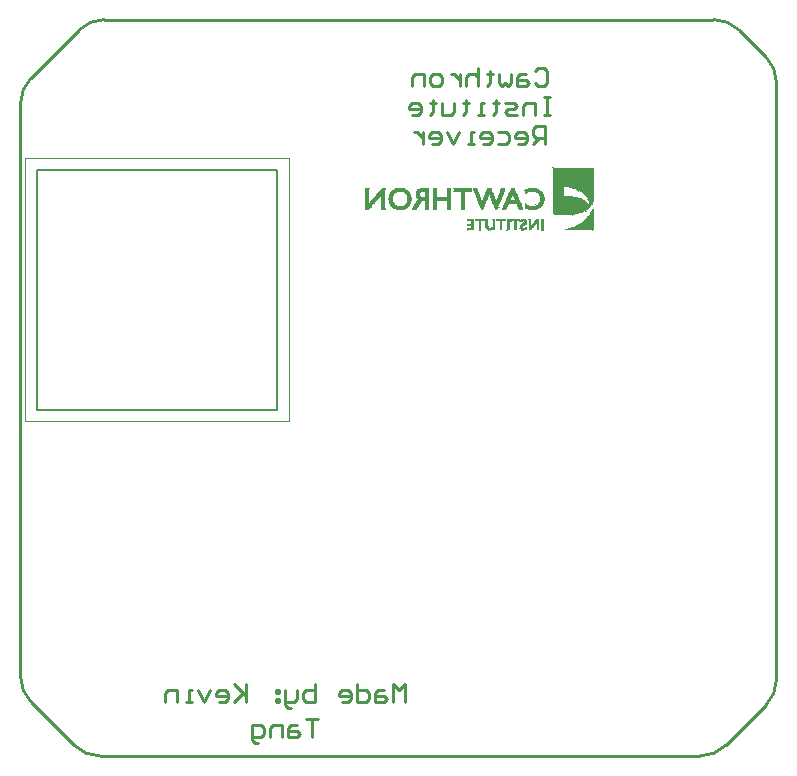
<source format=gbo>
G04 Layer_Color=32896*
%FSLAX25Y25*%
%MOIN*%
G70*
G01*
G75*
%ADD11C,0.01000*%
%ADD12C,0.00787*%
%ADD13C,0.00394*%
%ADD22C,0.00100*%
D11*
X173502Y230194D02*
X174501Y231193D01*
X176501D01*
X177500Y230194D01*
Y226195D01*
X176501Y225195D01*
X174501D01*
X173502Y226195D01*
X170503Y229194D02*
X168503D01*
X167504Y228194D01*
Y225195D01*
X170503D01*
X171502Y226195D01*
X170503Y227195D01*
X167504D01*
X165504Y229194D02*
Y226195D01*
X164505Y225195D01*
X163505Y226195D01*
X162505Y225195D01*
X161505Y226195D01*
Y229194D01*
X158507Y230194D02*
Y229194D01*
X159506D01*
X157507D01*
X158507D01*
Y226195D01*
X157507Y225195D01*
X154508Y231193D02*
Y225195D01*
Y228194D01*
X153508Y229194D01*
X151509D01*
X150509Y228194D01*
Y225195D01*
X148510Y229194D02*
Y225195D01*
Y227195D01*
X147510Y228194D01*
X146510Y229194D01*
X145511D01*
X141512Y225195D02*
X139513D01*
X138513Y226195D01*
Y228194D01*
X139513Y229194D01*
X141512D01*
X142512Y228194D01*
Y226195D01*
X141512Y225195D01*
X136514D02*
Y229194D01*
X133515D01*
X132515Y228194D01*
Y225195D01*
X178500Y221596D02*
X176501D01*
X177500D01*
Y215598D01*
X178500D01*
X176501D01*
X173502D02*
Y219596D01*
X170503D01*
X169503Y218597D01*
Y215598D01*
X167504D02*
X164505D01*
X163505Y216597D01*
X164505Y217597D01*
X166504D01*
X167504Y218597D01*
X166504Y219596D01*
X163505D01*
X160506Y220596D02*
Y219596D01*
X161505D01*
X159506D01*
X160506D01*
Y216597D01*
X159506Y215598D01*
X156507D02*
X154508D01*
X155507D01*
Y219596D01*
X156507D01*
X150509Y220596D02*
Y219596D01*
X151509D01*
X149509D01*
X150509D01*
Y216597D01*
X149509Y215598D01*
X146510Y219596D02*
Y216597D01*
X145511Y215598D01*
X142512D01*
Y219596D01*
X139513Y220596D02*
Y219596D01*
X140512D01*
X138513D01*
X139513D01*
Y216597D01*
X138513Y215598D01*
X132515D02*
X134514D01*
X135514Y216597D01*
Y218597D01*
X134514Y219596D01*
X132515D01*
X131515Y218597D01*
Y217597D01*
X135514D01*
X177000Y206000D02*
Y211998D01*
X174002D01*
X173002Y210998D01*
Y208999D01*
X174002Y207999D01*
X177000D01*
X175001D02*
X173002Y206000D01*
X168003D02*
X170003D01*
X171002Y207000D01*
Y208999D01*
X170003Y209999D01*
X168003D01*
X167004Y208999D01*
Y207999D01*
X171002D01*
X161006Y209999D02*
X164005D01*
X165004Y208999D01*
Y207000D01*
X164005Y206000D01*
X161006D01*
X156007D02*
X158007D01*
X159006Y207000D01*
Y208999D01*
X158007Y209999D01*
X156007D01*
X155008Y208999D01*
Y207999D01*
X159006D01*
X153008Y206000D02*
X151009D01*
X152009D01*
Y209999D01*
X153008D01*
X148010D02*
X146010Y206000D01*
X144011Y209999D01*
X139013Y206000D02*
X141012D01*
X142012Y207000D01*
Y208999D01*
X141012Y209999D01*
X139013D01*
X138013Y208999D01*
Y207999D01*
X142012D01*
X136014Y209999D02*
Y206000D01*
Y207999D01*
X135014Y208999D01*
X134014Y209999D01*
X133015D01*
X130250Y20096D02*
Y26094D01*
X128251Y24095D01*
X126251Y26094D01*
Y20096D01*
X123252Y24095D02*
X121253D01*
X120253Y23095D01*
Y20096D01*
X123252D01*
X124252Y21096D01*
X123252Y22096D01*
X120253D01*
X114255Y26094D02*
Y20096D01*
X117254D01*
X118254Y21096D01*
Y23095D01*
X117254Y24095D01*
X114255D01*
X109257Y20096D02*
X111256D01*
X112256Y21096D01*
Y23095D01*
X111256Y24095D01*
X109257D01*
X108257Y23095D01*
Y22096D01*
X112256D01*
X100260Y26094D02*
Y20096D01*
X97261D01*
X96261Y21096D01*
Y22096D01*
Y23095D01*
X97261Y24095D01*
X100260D01*
X94262D02*
Y21096D01*
X93262Y20096D01*
X90263D01*
Y19097D01*
X91263Y18097D01*
X92262D01*
X90263Y20096D02*
Y24095D01*
X88264D02*
X87264D01*
Y23095D01*
X88264D01*
Y24095D01*
Y21096D02*
X87264D01*
Y20096D01*
X88264D01*
Y21096D01*
X77267Y26094D02*
Y20096D01*
Y22096D01*
X73268Y26094D01*
X76267Y23095D01*
X73268Y20096D01*
X68270D02*
X70269D01*
X71269Y21096D01*
Y23095D01*
X70269Y24095D01*
X68270D01*
X67270Y23095D01*
Y22096D01*
X71269D01*
X65271Y24095D02*
X63272Y20096D01*
X61272Y24095D01*
X59273Y20096D02*
X57274D01*
X58273D01*
Y24095D01*
X59273D01*
X54275Y20096D02*
Y24095D01*
X51275D01*
X50276Y23095D01*
Y20096D01*
X101259Y14497D02*
X97261D01*
X99260D01*
Y8499D01*
X94262Y12498D02*
X92262D01*
X91263Y11498D01*
Y8499D01*
X94262D01*
X95261Y9499D01*
X94262Y10499D01*
X91263D01*
X89263Y8499D02*
Y12498D01*
X86264D01*
X85264Y11498D01*
Y8499D01*
X81266Y6500D02*
X80266D01*
X79267Y7500D01*
Y12498D01*
X82266D01*
X83265Y11498D01*
Y9499D01*
X82266Y8499D01*
X79267D01*
X250465Y18965D02*
G03*
X254000Y27500I-8535J8535D01*
G01*
X228500Y2000D02*
G03*
X237035Y5536I0J12071D01*
G01*
X19964D02*
G03*
X28500Y2000I8535J8535D01*
G01*
X2000Y28500D02*
G03*
X5536Y19964I12071J0D01*
G01*
Y228035D02*
G03*
X2000Y219500I8535J-8535D01*
G01*
X30000Y247500D02*
G03*
X21464Y243965I0J-12071D01*
G01*
X241535D02*
G03*
X233000Y247500I-8535J-8535D01*
G01*
X254000Y226500D02*
G03*
X250465Y235035I-12071J0D01*
G01*
X254000Y27500D02*
Y121500D01*
X237035Y5536D02*
X250465Y18965D01*
X28500Y2000D02*
X228500D01*
X5536Y19964D02*
X19964Y5536D01*
X2000Y28500D02*
Y219500D01*
X5536Y228035D02*
X21464Y243965D01*
X30000Y247500D02*
X233000D01*
X241535Y243965D02*
X250465Y235035D01*
X254000Y120500D02*
Y226500D01*
D12*
X7500Y117500D02*
Y197500D01*
X87500D01*
Y117500D02*
Y197500D01*
X7500Y117500D02*
X87500D01*
D13*
X3563Y113563D02*
Y201437D01*
X91437D01*
Y113563D02*
Y201437D01*
X3563Y113563D02*
X91437D01*
D22*
X157800Y177300D02*
X157900D01*
X150900Y177400D02*
X151000D01*
X154800D02*
X154900D01*
X175600D02*
X175700D01*
X192500D02*
X192600D01*
X155200Y177500D02*
X155300D01*
X157900D02*
X158000D01*
X158400D02*
X158600D01*
X164000D02*
X164100D01*
X169000D02*
X169100D01*
X169500D02*
X169600D01*
X176000D02*
X176100D01*
X150800Y177600D02*
X152900D01*
X154700D02*
X155300D01*
X157600D02*
X157700D01*
X157800D02*
X159200D01*
X161700D02*
X162300D01*
X164100D02*
X164700D01*
X166500D02*
X167100D01*
X168800D02*
X168900D01*
X169000D02*
X170100D01*
X170200D02*
X170400D01*
X171400D02*
X171900D01*
X174100D02*
X174600D01*
X175500D02*
X176100D01*
X183400D02*
X192700D01*
X150800Y177700D02*
X152900D01*
X154700D02*
X155300D01*
X157600D02*
X159400D01*
X161700D02*
X162300D01*
X164100D02*
X164700D01*
X166500D02*
X167100D01*
X168900D02*
X170300D01*
X171400D02*
X172000D01*
X174100D02*
X174600D01*
X175500D02*
X176100D01*
X183700D02*
X192700D01*
X150800Y177800D02*
X152900D01*
X154700D02*
X155300D01*
X157500D02*
X159500D01*
X159600D02*
X159700D01*
X161700D02*
X162300D01*
X164100D02*
X164700D01*
X166500D02*
X167100D01*
X168800D02*
X170500D01*
X171400D02*
X172100D01*
X174100D02*
X174600D01*
X175500D02*
X176100D01*
X184100D02*
X192700D01*
X150800Y177900D02*
X152900D01*
X154700D02*
X155300D01*
X157400D02*
X159600D01*
X161700D02*
X162300D01*
X164100D02*
X164700D01*
X166500D02*
X167100D01*
X168300D02*
X168400D01*
X168700D02*
X170500D01*
X171400D02*
X172100D01*
X174100D02*
X174600D01*
X175500D02*
X176100D01*
X184500D02*
X192700D01*
X150800Y178000D02*
X152900D01*
X154700D02*
X155300D01*
X157300D02*
X159700D01*
X161700D02*
X162300D01*
X164100D02*
X164700D01*
X166500D02*
X167100D01*
X168600D02*
X170500D01*
X171400D02*
X172200D01*
X174100D02*
X174600D01*
X175500D02*
X176100D01*
X184900D02*
X192700D01*
X152300Y178100D02*
X152900D01*
X154700D02*
X155300D01*
X157200D02*
X158200D01*
X158900D02*
X159800D01*
X161700D02*
X162300D01*
X164100D02*
X164700D01*
X166500D02*
X167100D01*
X168600D02*
X169300D01*
X169900D02*
X170500D01*
X171400D02*
X172300D01*
X174100D02*
X174600D01*
X175500D02*
X176100D01*
X185300D02*
X192700D01*
X152300Y178200D02*
X152900D01*
X154700D02*
X155300D01*
X157100D02*
X157900D01*
X159100D02*
X159900D01*
X161700D02*
X162300D01*
X164100D02*
X164700D01*
X166500D02*
X167100D01*
X168500D02*
X169100D01*
X170100D02*
X170500D01*
X171400D02*
X172400D01*
X174100D02*
X174600D01*
X175500D02*
X176100D01*
X185600D02*
X192700D01*
X152300Y178300D02*
X152900D01*
X154700D02*
X155300D01*
X157100D02*
X157800D01*
X159000D02*
X159100D01*
X159200D02*
X159900D01*
X161700D02*
X162300D01*
X164100D02*
X164700D01*
X166500D02*
X167100D01*
X168500D02*
X169100D01*
X170200D02*
X170500D01*
X171400D02*
X172500D01*
X174100D02*
X174600D01*
X175500D02*
X176100D01*
X185900D02*
X192700D01*
X152300Y178400D02*
X152900D01*
X154700D02*
X155300D01*
X157100D02*
X157700D01*
X159000D02*
X159100D01*
X159300D02*
X160000D01*
X161700D02*
X162300D01*
X164100D02*
X164700D01*
X166500D02*
X167100D01*
X168500D02*
X169100D01*
X170300D02*
X170500D01*
X171400D02*
X172600D01*
X174100D02*
X174600D01*
X175500D02*
X176100D01*
X186200D02*
X192700D01*
X152300Y178500D02*
X152900D01*
X154700D02*
X155300D01*
X157000D02*
X157600D01*
X159400D02*
X160000D01*
X161700D02*
X162300D01*
X164100D02*
X164700D01*
X166500D02*
X167100D01*
X168500D02*
X169100D01*
X171400D02*
X172700D01*
X174100D02*
X174600D01*
X175500D02*
X176100D01*
X186500D02*
X192700D01*
X152300Y178600D02*
X152900D01*
X154700D02*
X155300D01*
X157000D02*
X157600D01*
X159400D02*
X160000D01*
X161700D02*
X162300D01*
X164100D02*
X164700D01*
X166500D02*
X167100D01*
X168500D02*
X169100D01*
X171400D02*
X171900D01*
X172000D02*
X172800D01*
X174100D02*
X174600D01*
X175500D02*
X176100D01*
X186700D02*
X192700D01*
X152300Y178700D02*
X152900D01*
X154700D02*
X155300D01*
X157000D02*
X157600D01*
X157700D02*
X157800D01*
X159400D02*
X160000D01*
X161700D02*
X162300D01*
X164100D02*
X164700D01*
X166500D02*
X167100D01*
X168500D02*
X169200D01*
X171400D02*
X171900D01*
X172100D02*
X172800D01*
X174100D02*
X174600D01*
X175500D02*
X176100D01*
X186900D02*
X192700D01*
X152300Y178800D02*
X152900D01*
X154700D02*
X155300D01*
X157000D02*
X157600D01*
X159400D02*
X160000D01*
X161700D02*
X162300D01*
X164100D02*
X164700D01*
X166500D02*
X167100D01*
X168500D02*
X169200D01*
X171400D02*
X171900D01*
X172200D02*
X172900D01*
X174100D02*
X174600D01*
X175500D02*
X176100D01*
X187200D02*
X192700D01*
X152300Y178900D02*
X152900D01*
X154700D02*
X155300D01*
X157000D02*
X157600D01*
X159400D02*
X160000D01*
X161700D02*
X162300D01*
X164100D02*
X164700D01*
X166500D02*
X167100D01*
X168600D02*
X169400D01*
X171400D02*
X171900D01*
X172100D02*
X172200D01*
X172300D02*
X173000D01*
X174100D02*
X174600D01*
X175500D02*
X176100D01*
X187400D02*
X192700D01*
X152300Y179000D02*
X152900D01*
X154700D02*
X155300D01*
X157000D02*
X157600D01*
X159400D02*
X160000D01*
X161700D02*
X162300D01*
X164100D02*
X164700D01*
X166500D02*
X167100D01*
X168600D02*
X169500D01*
X171400D02*
X171900D01*
X172400D02*
X173100D01*
X174100D02*
X174600D01*
X175500D02*
X176100D01*
X187100D02*
X187200D01*
X187600D02*
X192700D01*
X151000Y179100D02*
X152900D01*
X154700D02*
X155300D01*
X157000D02*
X157600D01*
X159400D02*
X160000D01*
X161700D02*
X162300D01*
X164100D02*
X164700D01*
X166500D02*
X167100D01*
X168700D02*
X169700D01*
X171400D02*
X171900D01*
X172400D02*
X173200D01*
X174100D02*
X174600D01*
X175500D02*
X176100D01*
X187800D02*
X192700D01*
X150900Y179200D02*
X152900D01*
X154700D02*
X155300D01*
X157000D02*
X157600D01*
X159400D02*
X160000D01*
X161700D02*
X162300D01*
X164100D02*
X164700D01*
X166500D02*
X167100D01*
X168800D02*
X169800D01*
X171400D02*
X171900D01*
X172500D02*
X173300D01*
X174100D02*
X174600D01*
X175500D02*
X176100D01*
X188000D02*
X192700D01*
X150900Y179300D02*
X152900D01*
X154700D02*
X155300D01*
X157000D02*
X157600D01*
X159400D02*
X160000D01*
X161700D02*
X162300D01*
X164100D02*
X164700D01*
X166500D02*
X167100D01*
X168900D02*
X170000D01*
X171400D02*
X171900D01*
X172600D02*
X173400D01*
X174100D02*
X174600D01*
X175500D02*
X176100D01*
X188200D02*
X192700D01*
X150900Y179400D02*
X152900D01*
X154700D02*
X155300D01*
X157000D02*
X157600D01*
X159400D02*
X160000D01*
X161700D02*
X162300D01*
X164100D02*
X164700D01*
X166500D02*
X167100D01*
X169000D02*
X170100D01*
X171400D02*
X171900D01*
X172700D02*
X173400D01*
X174100D02*
X174600D01*
X175500D02*
X176100D01*
X188200D02*
X188300D01*
X188400D02*
X192700D01*
X150900Y179500D02*
X152900D01*
X154700D02*
X155300D01*
X157000D02*
X157600D01*
X159400D02*
X160000D01*
X161700D02*
X162300D01*
X164100D02*
X164700D01*
X166500D02*
X167100D01*
X169200D02*
X170200D01*
X170300D02*
X170400D01*
X171400D02*
X171900D01*
X172800D02*
X173500D01*
X174100D02*
X174600D01*
X175500D02*
X176100D01*
X188500D02*
X192700D01*
X152300Y179600D02*
X152900D01*
X154700D02*
X155300D01*
X157000D02*
X157600D01*
X159400D02*
X160000D01*
X161700D02*
X162300D01*
X164100D02*
X164700D01*
X166500D02*
X167100D01*
X169400D02*
X170300D01*
X171400D02*
X171900D01*
X172900D02*
X173600D01*
X174100D02*
X174600D01*
X175500D02*
X176100D01*
X188400D02*
X188500D01*
X188700D02*
X192700D01*
X152300Y179700D02*
X152900D01*
X154700D02*
X155300D01*
X157000D02*
X157600D01*
X159400D02*
X160000D01*
X161700D02*
X162300D01*
X164100D02*
X164700D01*
X166500D02*
X167100D01*
X169300D02*
X169400D01*
X169500D02*
X170400D01*
X171400D02*
X171900D01*
X173000D02*
X173700D01*
X174100D02*
X174600D01*
X175500D02*
X176100D01*
X188400D02*
X188500D01*
X188900D02*
X192700D01*
X152300Y179800D02*
X152900D01*
X154700D02*
X155300D01*
X157000D02*
X157600D01*
X159400D02*
X160000D01*
X161700D02*
X162300D01*
X164100D02*
X164700D01*
X166500D02*
X167100D01*
X169700D02*
X170500D01*
X171400D02*
X171900D01*
X173100D02*
X173800D01*
X174100D02*
X174600D01*
X175500D02*
X176100D01*
X189000D02*
X192700D01*
X152300Y179900D02*
X152900D01*
X154700D02*
X155300D01*
X157000D02*
X157600D01*
X159400D02*
X160000D01*
X161700D02*
X162300D01*
X164100D02*
X164700D01*
X166500D02*
X167100D01*
X169600D02*
X169700D01*
X169800D02*
X170500D01*
X171400D02*
X171900D01*
X173100D02*
X173900D01*
X174100D02*
X174600D01*
X175500D02*
X176100D01*
X189100D02*
X192700D01*
X152300Y180000D02*
X152900D01*
X154700D02*
X155300D01*
X157000D02*
X157600D01*
X159400D02*
X160000D01*
X161700D02*
X162300D01*
X164100D02*
X164700D01*
X166500D02*
X167100D01*
X169900D02*
X170500D01*
X171400D02*
X171900D01*
X173200D02*
X174000D01*
X174100D02*
X174600D01*
X175500D02*
X176100D01*
X189300D02*
X192700D01*
X152300Y180100D02*
X152900D01*
X154700D02*
X155300D01*
X157000D02*
X157600D01*
X159400D02*
X160000D01*
X161700D02*
X162300D01*
X164100D02*
X164700D01*
X166500D02*
X167100D01*
X170000D02*
X170500D01*
X171400D02*
X171900D01*
X173300D02*
X174000D01*
X174100D02*
X174600D01*
X175500D02*
X176100D01*
X189200D02*
X189300D01*
X189400D02*
X192700D01*
X152300Y180200D02*
X152900D01*
X154700D02*
X155300D01*
X157000D02*
X157600D01*
X159400D02*
X160000D01*
X161700D02*
X162300D01*
X164100D02*
X164700D01*
X166500D02*
X167100D01*
X170000D02*
X170500D01*
X171400D02*
X171900D01*
X173400D02*
X174600D01*
X175500D02*
X176100D01*
X189600D02*
X192700D01*
X152300Y180300D02*
X152900D01*
X154700D02*
X155300D01*
X157000D02*
X157600D01*
X159400D02*
X160000D01*
X161700D02*
X162300D01*
X164100D02*
X164700D01*
X166500D02*
X167100D01*
X168600D02*
X168800D01*
X170000D02*
X170500D01*
X171400D02*
X171900D01*
X173200D02*
X173300D01*
X173500D02*
X174600D01*
X175500D02*
X176100D01*
X189700D02*
X192700D01*
X152300Y180400D02*
X152900D01*
X154700D02*
X155300D01*
X157000D02*
X157600D01*
X159400D02*
X160000D01*
X161700D02*
X162300D01*
X164100D02*
X164700D01*
X166500D02*
X167100D01*
X168600D02*
X168900D01*
X169700D02*
X169800D01*
X169900D02*
X170500D01*
X171400D02*
X171900D01*
X173600D02*
X174600D01*
X175500D02*
X176100D01*
X189800D02*
X192700D01*
X152300Y180500D02*
X152900D01*
X154700D02*
X155300D01*
X157000D02*
X157600D01*
X159400D02*
X160000D01*
X161700D02*
X162300D01*
X164100D02*
X164700D01*
X165300D02*
X165400D01*
X166500D02*
X167100D01*
X168200D02*
X168300D01*
X168600D02*
X169200D01*
X169800D02*
X170500D01*
X171400D02*
X171900D01*
X173700D02*
X174600D01*
X175500D02*
X176100D01*
X189900D02*
X192700D01*
X150900Y180600D02*
X152900D01*
X153600D02*
X156500D01*
X157000D02*
X157600D01*
X159400D02*
X160000D01*
X160500D02*
X163500D01*
X164100D02*
X164700D01*
X165300D02*
X168300D01*
X168600D02*
X170400D01*
X171400D02*
X171900D01*
X173600D02*
X173700D01*
X173800D02*
X174600D01*
X175500D02*
X176100D01*
X190000D02*
X192700D01*
X150900Y180700D02*
X152900D01*
X153600D02*
X156500D01*
X157000D02*
X157600D01*
X159400D02*
X160000D01*
X160500D02*
X163600D01*
X164100D02*
X164700D01*
X165300D02*
X168200D01*
X168600D02*
X170500D01*
X171400D02*
X171900D01*
X173700D02*
X173800D01*
X173900D02*
X174600D01*
X175500D02*
X176100D01*
X190100D02*
X192700D01*
X150900Y180800D02*
X152900D01*
X153600D02*
X156500D01*
X157000D02*
X157600D01*
X159400D02*
X160000D01*
X160500D02*
X163500D01*
X164100D02*
X164800D01*
X165300D02*
X168200D01*
X168600D02*
X170300D01*
X171400D02*
X171900D01*
X173900D02*
X174600D01*
X175400D02*
X176100D01*
X190200D02*
X192700D01*
X150900Y180900D02*
X152900D01*
X153600D02*
X156500D01*
X157000D02*
X157600D01*
X159400D02*
X160000D01*
X160500D02*
X163500D01*
X164100D02*
X164700D01*
X165300D02*
X168200D01*
X168700D02*
X170100D01*
X171400D02*
X171900D01*
X174000D02*
X174600D01*
X175500D02*
X176100D01*
X190300D02*
X192700D01*
X150900Y181000D02*
X152900D01*
X153600D02*
X156500D01*
X157000D02*
X157600D01*
X159400D02*
X160000D01*
X160500D02*
X163500D01*
X164100D02*
X164700D01*
X165300D02*
X168200D01*
X168700D02*
X168800D01*
X168900D02*
X170000D01*
X171400D02*
X171900D01*
X173900D02*
X174000D01*
X174100D02*
X174600D01*
X175500D02*
X176100D01*
X190400D02*
X192700D01*
X150800Y181100D02*
X150900D01*
X159300D02*
X159400D01*
X169400D02*
X169700D01*
X171300D02*
X171400D01*
X176000D02*
X176100D01*
X190500D02*
X192700D01*
X190600Y181200D02*
X192700D01*
X190500Y181300D02*
X190600D01*
X190700D02*
X192700D01*
X190800Y181400D02*
X192700D01*
X190900Y181500D02*
X192700D01*
X190800Y181600D02*
X190900D01*
X191000D02*
X192700D01*
X191000Y181700D02*
X192700D01*
X191100Y181800D02*
X192700D01*
X191000Y181900D02*
X191100D01*
X191200D02*
X192700D01*
X191300Y182000D02*
X192700D01*
X191300Y182100D02*
X192700D01*
X191400Y182200D02*
X192700D01*
X191500Y182300D02*
X192700D01*
X191400Y182400D02*
X191500D01*
X191600D02*
X192700D01*
X185700Y182500D02*
X185800D01*
X191600D02*
X192700D01*
X182100Y182600D02*
X184400D01*
X191700D02*
X192700D01*
X180700Y182700D02*
X185700D01*
X186400D02*
X186500D01*
X191800D02*
X192700D01*
X179700Y182800D02*
X186500D01*
X191800D02*
X192700D01*
X179400Y182900D02*
X187000D01*
X191900D02*
X192700D01*
X179400Y183000D02*
X187500D01*
X191900D02*
X192700D01*
X179400Y183100D02*
X187800D01*
X192000D02*
X192700D01*
X179400Y183200D02*
X188100D01*
X192000D02*
X192700D01*
X179400Y183300D02*
X188400D01*
X191800D02*
X191900D01*
X192100D02*
X192700D01*
X179400Y183400D02*
X188700D01*
X192100D02*
X192700D01*
X179400Y183500D02*
X188900D01*
X189000D02*
X189100D01*
X192200D02*
X192700D01*
X179400Y183600D02*
X189200D01*
X192200D02*
X192700D01*
X179400Y183700D02*
X189400D01*
X192300D02*
X192700D01*
X179400Y183800D02*
X189600D01*
X190300D02*
X190400D01*
X192300D02*
X192700D01*
X179400Y183900D02*
X189800D01*
X192400D02*
X192700D01*
X179400Y184000D02*
X190000D01*
X190100D02*
X190200D01*
X192400D02*
X192700D01*
X179400Y184100D02*
X190100D01*
X192400D02*
X192700D01*
X179400Y184200D02*
X190300D01*
X192500D02*
X192700D01*
X116900Y184300D02*
X117000D01*
X117100D02*
X117200D01*
X128100D02*
X128600D01*
X133200D02*
X133300D01*
X133600D02*
X133700D01*
X140100D02*
X140200D01*
X140400D02*
X140500D01*
X144200D02*
X144300D01*
X144400D02*
X144500D01*
X162600D02*
X162700D01*
X172200D02*
X173000D01*
X179400D02*
X190500D01*
X192500D02*
X192700D01*
X117000Y184400D02*
X117800D01*
X122400D02*
X123300D01*
X127400D02*
X129400D01*
X129900D02*
X130000D01*
X132400D02*
X133600D01*
X136700D02*
X137700D01*
X139400D02*
X140400D01*
X144200D02*
X145200D01*
X148900D02*
X149000D01*
X149700D02*
X149800D01*
X155600D02*
X155900D01*
X160300D02*
X160600D01*
X162500D02*
X163500D01*
X168200D02*
X169200D01*
X171500D02*
X173600D01*
X173900D02*
X174000D01*
X179400D02*
X190600D01*
X192500D02*
X192700D01*
X192900D02*
X193000D01*
X116900Y184500D02*
X117900D01*
X122300D02*
X123400D01*
X127100D02*
X129700D01*
X132400D02*
X133700D01*
X136700D02*
X137700D01*
X139400D02*
X140500D01*
X144200D02*
X145300D01*
X148800D02*
X149900D01*
X155500D02*
X155900D01*
X160300D02*
X160600D01*
X162500D02*
X163600D01*
X168200D02*
X169300D01*
X171100D02*
X174000D01*
X179400D02*
X190800D01*
X192600D02*
X192700D01*
X116900Y184600D02*
X118000D01*
X122300D02*
X123400D01*
X126800D02*
X130000D01*
X132500D02*
X133700D01*
X136700D02*
X137700D01*
X139400D02*
X140500D01*
X144200D02*
X145300D01*
X148800D02*
X149900D01*
X155500D02*
X156000D01*
X160200D02*
X160700D01*
X162400D02*
X163700D01*
X168100D02*
X169200D01*
X170800D02*
X174200D01*
X179400D02*
X190900D01*
X116900Y184700D02*
X118100D01*
X122300D02*
X123300D01*
X126600D02*
X130200D01*
X132500D02*
X133800D01*
X136700D02*
X137700D01*
X139400D02*
X140500D01*
X144200D02*
X145300D01*
X148800D02*
X149900D01*
X155500D02*
X156000D01*
X160200D02*
X160700D01*
X162400D02*
X162500D01*
X162600D02*
X163700D01*
X168100D02*
X169200D01*
X170600D02*
X174400D01*
X179400D02*
X191100D01*
X116900Y184800D02*
X118200D01*
X122300D02*
X123300D01*
X126100D02*
X126200D01*
X126400D02*
X130400D01*
X132600D02*
X133900D01*
X136700D02*
X137700D01*
X139400D02*
X140500D01*
X144200D02*
X145300D01*
X148800D02*
X149900D01*
X155400D02*
X156100D01*
X160100D02*
X160800D01*
X162700D02*
X163900D01*
X167900D02*
X169100D01*
X170100D02*
X170200D01*
X170300D02*
X174600D01*
X179400D02*
X191100D01*
X116900Y184900D02*
X118300D01*
X122300D02*
X123300D01*
X126200D02*
X130500D01*
X132700D02*
X133900D01*
X136700D02*
X137700D01*
X139400D02*
X140500D01*
X144200D02*
X145300D01*
X148800D02*
X149900D01*
X155400D02*
X156100D01*
X160100D02*
X160800D01*
X162700D02*
X163800D01*
X168000D02*
X169100D01*
X170100D02*
X174800D01*
X179400D02*
X191200D01*
X116900Y185000D02*
X118300D01*
X122300D02*
X123300D01*
X126100D02*
X130700D01*
X132800D02*
X134000D01*
X136700D02*
X137700D01*
X139400D02*
X140500D01*
X144200D02*
X145300D01*
X148800D02*
X149900D01*
X155300D02*
X156100D01*
X160100D02*
X160800D01*
X162700D02*
X163800D01*
X167900D02*
X169000D01*
X170100D02*
X174900D01*
X179400D02*
X191400D01*
X116900Y185100D02*
X118400D01*
X118700D02*
X118800D01*
X122300D02*
X123300D01*
X125900D02*
X130800D01*
X132800D02*
X134100D01*
X136700D02*
X137700D01*
X139400D02*
X140500D01*
X144200D02*
X145300D01*
X148800D02*
X149900D01*
X155300D02*
X156200D01*
X159900D02*
X160900D01*
X161300D02*
X161400D01*
X162800D02*
X163900D01*
X167900D02*
X169000D01*
X170100D02*
X175100D01*
X175200D02*
X175300D01*
X179400D02*
X191400D01*
X116900Y185200D02*
X118500D01*
X122300D02*
X123300D01*
X125800D02*
X130900D01*
X132900D02*
X134100D01*
X136700D02*
X137700D01*
X139400D02*
X140500D01*
X144200D02*
X145300D01*
X148800D02*
X149900D01*
X155300D02*
X156200D01*
X156300D02*
X156400D01*
X160000D02*
X160900D01*
X162800D02*
X163900D01*
X167900D02*
X169000D01*
X170100D02*
X175200D01*
X179400D02*
X191500D01*
X116900Y185300D02*
X118600D01*
X122300D02*
X123300D01*
X125700D02*
X128300D01*
X128500D02*
X131000D01*
X133000D02*
X134200D01*
X136700D02*
X137700D01*
X139400D02*
X140500D01*
X144200D02*
X145300D01*
X148800D02*
X149900D01*
X155200D02*
X156400D01*
X159900D02*
X161000D01*
X162900D02*
X164000D01*
X167600D02*
X167700D01*
X167800D02*
X168900D01*
X170100D02*
X172500D01*
X172700D02*
X175300D01*
X179400D02*
X191600D01*
X116900Y185400D02*
X118700D01*
X122300D02*
X123300D01*
X125600D02*
X127600D01*
X129200D02*
X131100D01*
X133000D02*
X134200D01*
X134300D02*
X134400D01*
X136700D02*
X137700D01*
X139400D02*
X140500D01*
X144200D02*
X145300D01*
X148800D02*
X149900D01*
X155200D02*
X156300D01*
X159900D02*
X161000D01*
X162800D02*
X164000D01*
X167600D02*
X167700D01*
X167800D02*
X168900D01*
X170100D02*
X171700D01*
X173100D02*
X173200D01*
X173400D02*
X175400D01*
X179400D02*
X191700D01*
X116900Y185500D02*
X118800D01*
X122300D02*
X123300D01*
X125500D02*
X127300D01*
X127500D02*
X127600D01*
X129400D02*
X131200D01*
X133100D02*
X134300D01*
X136700D02*
X137700D01*
X139400D02*
X140500D01*
X144200D02*
X145300D01*
X148800D02*
X149900D01*
X155100D02*
X156300D01*
X156400D02*
X156500D01*
X159800D02*
X161000D01*
X163000D02*
X164100D01*
X167600D02*
X168800D01*
X170100D02*
X171300D01*
X173700D02*
X175500D01*
X179400D02*
X191800D01*
X116900Y185600D02*
X118900D01*
X122300D02*
X123300D01*
X125400D02*
X127100D01*
X129700D02*
X131300D01*
X133200D02*
X134400D01*
X136700D02*
X137700D01*
X139400D02*
X140500D01*
X144200D02*
X145300D01*
X148800D02*
X149900D01*
X155100D02*
X156500D01*
X159800D02*
X161100D01*
X162900D02*
X164100D01*
X167700D02*
X168800D01*
X170100D02*
X171000D01*
X173900D02*
X175600D01*
X179400D02*
X191900D01*
X116900Y185700D02*
X119000D01*
X122300D02*
X123300D01*
X125400D02*
X126900D01*
X129900D02*
X131400D01*
X133200D02*
X134400D01*
X136700D02*
X137700D01*
X139400D02*
X140500D01*
X144200D02*
X145300D01*
X148800D02*
X149900D01*
X155100D02*
X156400D01*
X159800D02*
X161100D01*
X162900D02*
X163000D01*
X163100D02*
X164200D01*
X167500D02*
X168700D01*
X170100D02*
X170800D01*
X170900D02*
X171100D01*
X173900D02*
X174000D01*
X174100D02*
X175700D01*
X175800D02*
X175900D01*
X179400D02*
X191400D01*
X191500D02*
X192000D01*
X116900Y185800D02*
X119000D01*
X122300D02*
X123300D01*
X125100D02*
X125200D01*
X125300D02*
X126800D01*
X130000D02*
X131500D01*
X133300D02*
X134500D01*
X136700D02*
X137700D01*
X139400D02*
X140500D01*
X144200D02*
X145300D01*
X148800D02*
X149900D01*
X155000D02*
X156500D01*
X159700D02*
X161200D01*
X162900D02*
X163000D01*
X163100D02*
X164200D01*
X167600D02*
X168700D01*
X170100D02*
X170600D01*
X174200D02*
X175700D01*
X179400D02*
X191400D01*
X191500D02*
X192000D01*
X116900Y185900D02*
X119100D01*
X122300D02*
X123300D01*
X125100D02*
X126600D01*
X130100D02*
X131500D01*
X133300D02*
X134600D01*
X136700D02*
X137700D01*
X139400D02*
X140500D01*
X144200D02*
X145300D01*
X148800D02*
X149900D01*
X155000D02*
X156500D01*
X159700D02*
X161200D01*
X163100D02*
X164400D01*
X167600D02*
X168700D01*
X170100D02*
X170400D01*
X173500D02*
X173600D01*
X174400D02*
X175800D01*
X179400D02*
X191300D01*
X191500D02*
X192100D01*
X116900Y186000D02*
X119200D01*
X122300D02*
X123300D01*
X125200D02*
X126500D01*
X130200D02*
X131600D01*
X133400D02*
X134600D01*
X136700D02*
X137700D01*
X139400D02*
X140500D01*
X144200D02*
X145300D01*
X148800D02*
X149900D01*
X154900D02*
X156500D01*
X159600D02*
X161300D01*
X163200D02*
X164300D01*
X167500D02*
X168600D01*
X170100D02*
X170300D01*
X174500D02*
X175900D01*
X179400D02*
X191200D01*
X191500D02*
X192200D01*
X116900Y186100D02*
X119300D01*
X122300D02*
X123300D01*
X125100D02*
X126400D01*
X130300D02*
X131600D01*
X133500D02*
X134700D01*
X136700D02*
X137700D01*
X139400D02*
X140500D01*
X144200D02*
X145300D01*
X148800D02*
X149900D01*
X154900D02*
X156600D01*
X159600D02*
X161300D01*
X163200D02*
X164300D01*
X167500D02*
X168700D01*
X174600D02*
X175900D01*
X179400D02*
X191100D01*
X191500D02*
X192200D01*
X192300D02*
X192400D01*
X116900Y186200D02*
X117900D01*
X118000D02*
X119400D01*
X122300D02*
X123300D01*
X125100D02*
X126300D01*
X130400D02*
X131700D01*
X133500D02*
X134800D01*
X136700D02*
X137700D01*
X139400D02*
X140500D01*
X144200D02*
X145300D01*
X148800D02*
X149900D01*
X154900D02*
X156600D01*
X159400D02*
X159500D01*
X159600D02*
X161300D01*
X163300D02*
X164400D01*
X167400D02*
X168500D01*
X168600D02*
X168700D01*
X170100D02*
X170200D01*
X174500D02*
X174600D01*
X174700D02*
X176000D01*
X179400D02*
X191000D01*
X191500D02*
X192300D01*
X116900Y186300D02*
X117900D01*
X118100D02*
X119500D01*
X122300D02*
X123300D01*
X125000D02*
X126300D01*
X126500D02*
X126600D01*
X130500D02*
X131800D01*
X133600D02*
X134800D01*
X136700D02*
X137700D01*
X139400D02*
X140500D01*
X144200D02*
X145300D01*
X148800D02*
X149900D01*
X154800D02*
X156600D01*
X159400D02*
X161400D01*
X163300D02*
X164400D01*
X167400D02*
X168600D01*
X174800D02*
X176000D01*
X179400D02*
X190900D01*
X191500D02*
X192300D01*
X192400D02*
X192500D01*
X116900Y186400D02*
X117900D01*
X118200D02*
X119600D01*
X122300D02*
X123300D01*
X125000D02*
X126200D01*
X130600D02*
X131800D01*
X133700D02*
X134900D01*
X135200D02*
X135300D01*
X136700D02*
X137700D01*
X139400D02*
X140500D01*
X144200D02*
X145300D01*
X148800D02*
X149900D01*
X154600D02*
X154700D01*
X154800D02*
X156800D01*
X159300D02*
X159400D01*
X159500D02*
X161400D01*
X163400D02*
X168500D01*
X174800D02*
X176100D01*
X179400D02*
X190800D01*
X191500D02*
X192400D01*
X116900Y186500D02*
X117900D01*
X118300D02*
X119700D01*
X122300D02*
X123300D01*
X124900D02*
X126100D01*
X130600D02*
X131900D01*
X133700D02*
X135000D01*
X135100D02*
X135200D01*
X136700D02*
X137700D01*
X139400D02*
X140500D01*
X144200D02*
X145300D01*
X148800D02*
X149900D01*
X154700D02*
X156800D01*
X159400D02*
X161500D01*
X163400D02*
X168400D01*
X174900D02*
X176100D01*
X179400D02*
X190700D01*
X191500D02*
X192400D01*
X116900Y186600D02*
X117900D01*
X118400D02*
X119700D01*
X122300D02*
X123300D01*
X124900D02*
X126100D01*
X130700D02*
X131900D01*
X133800D02*
X135100D01*
X136700D02*
X137700D01*
X139400D02*
X140500D01*
X144200D02*
X145300D01*
X148800D02*
X149900D01*
X154500D02*
X154600D01*
X154700D02*
X156800D01*
X159400D02*
X161500D01*
X163500D02*
X168500D01*
X175000D02*
X176100D01*
X179400D02*
X190600D01*
X191500D02*
X192500D01*
X116900Y186700D02*
X117900D01*
X118500D02*
X119800D01*
X122300D02*
X123300D01*
X124800D02*
X126000D01*
X130700D02*
X131900D01*
X133900D02*
X135100D01*
X136700D02*
X137700D01*
X139400D02*
X140500D01*
X144200D02*
X145300D01*
X148800D02*
X149900D01*
X154700D02*
X156800D01*
X159300D02*
X161500D01*
X163500D02*
X168300D01*
X175000D02*
X176200D01*
X179400D02*
X190500D01*
X191500D02*
X192500D01*
X116900Y186800D02*
X117900D01*
X118500D02*
X119900D01*
X122300D02*
X123300D01*
X124800D02*
X126000D01*
X130800D02*
X132000D01*
X133900D02*
X135200D01*
X136700D02*
X137700D01*
X139400D02*
X140500D01*
X144200D02*
X145300D01*
X148800D02*
X149900D01*
X154500D02*
X155700D01*
X155800D02*
X156900D01*
X159200D02*
X160400D01*
X160500D02*
X161600D01*
X163500D02*
X168300D01*
X175100D02*
X176200D01*
X179400D02*
X190400D01*
X191500D02*
X192600D01*
X116900Y186900D02*
X117900D01*
X118600D02*
X120000D01*
X122300D02*
X123300D01*
X124800D02*
X125900D01*
X130800D02*
X132000D01*
X134000D02*
X135300D01*
X136700D02*
X137700D01*
X139400D02*
X140500D01*
X144200D02*
X145300D01*
X148800D02*
X149900D01*
X154600D02*
X155600D01*
X155800D02*
X156900D01*
X159300D02*
X160300D01*
X160500D02*
X161600D01*
X163600D02*
X168200D01*
X175100D02*
X176300D01*
X179400D02*
X190300D01*
X191500D02*
X192600D01*
X116900Y187000D02*
X117900D01*
X118700D02*
X120100D01*
X122300D02*
X123300D01*
X124800D02*
X125900D01*
X130900D02*
X132000D01*
X134100D02*
X135400D01*
X136700D02*
X137700D01*
X139400D02*
X140500D01*
X144200D02*
X145300D01*
X148800D02*
X149900D01*
X154500D02*
X155600D01*
X155800D02*
X156900D01*
X159200D02*
X160300D01*
X160600D02*
X161600D01*
X163600D02*
X168200D01*
X175100D02*
X176300D01*
X179400D02*
X190100D01*
X191500D02*
X192700D01*
X116900Y187100D02*
X117900D01*
X118800D02*
X120200D01*
X122300D02*
X123300D01*
X124700D02*
X125900D01*
X130900D02*
X132000D01*
X134200D02*
X135600D01*
X136700D02*
X137700D01*
X139400D02*
X140500D01*
X144200D02*
X145300D01*
X148800D02*
X149900D01*
X154500D02*
X155500D01*
X155900D02*
X157000D01*
X159200D02*
X160400D01*
X160600D02*
X161700D01*
X163700D02*
X168100D01*
X175200D02*
X176300D01*
X179400D02*
X190000D01*
X190200D02*
X190300D01*
X191400D02*
X192700D01*
X116900Y187200D02*
X117900D01*
X118900D02*
X120300D01*
X122300D02*
X123300D01*
X124700D02*
X125800D01*
X130900D02*
X132100D01*
X134100D02*
X135700D01*
X136700D02*
X137700D01*
X139400D02*
X140500D01*
X144200D02*
X145300D01*
X148800D02*
X149900D01*
X154500D02*
X155600D01*
X155900D02*
X157000D01*
X159200D02*
X160200D01*
X160300D02*
X160400D01*
X160500D02*
X161700D01*
X163700D02*
X168100D01*
X175200D02*
X176300D01*
X179400D02*
X189900D01*
X191400D02*
X192700D01*
X116900Y187300D02*
X117900D01*
X119000D02*
X120300D01*
X122300D02*
X123300D01*
X124700D02*
X125800D01*
X130900D02*
X132100D01*
X134300D02*
X135900D01*
X136700D02*
X137700D01*
X139400D02*
X140500D01*
X144200D02*
X145300D01*
X148800D02*
X149900D01*
X154400D02*
X155500D01*
X155900D02*
X157100D01*
X159100D02*
X160200D01*
X160700D02*
X161800D01*
X163800D02*
X168100D01*
X175200D02*
X176300D01*
X179400D02*
X189700D01*
X191400D02*
X192700D01*
X116900Y187400D02*
X117900D01*
X119100D02*
X120400D01*
X120500D02*
X120600D01*
X122300D02*
X123300D01*
X124700D02*
X125800D01*
X131000D02*
X132100D01*
X134400D02*
X137700D01*
X139400D02*
X145300D01*
X148800D02*
X149900D01*
X154400D02*
X155400D01*
X156000D02*
X157100D01*
X159100D02*
X160300D01*
X160700D02*
X161800D01*
X163800D02*
X164900D01*
X166900D02*
X168000D01*
X175200D02*
X176400D01*
X179400D02*
X189500D01*
X191300D02*
X192700D01*
X116900Y187500D02*
X117900D01*
X119200D02*
X120500D01*
X122300D02*
X123300D01*
X124700D02*
X125800D01*
X131000D02*
X132100D01*
X134500D02*
X137700D01*
X139400D02*
X145300D01*
X148800D02*
X149900D01*
X154300D02*
X155400D01*
X156000D02*
X157100D01*
X157200D02*
X157300D01*
X159000D02*
X160100D01*
X160200D02*
X160300D01*
X160800D02*
X161800D01*
X163800D02*
X165000D01*
X166900D02*
X168100D01*
X175200D02*
X176400D01*
X179400D02*
X189300D01*
X191300D02*
X192700D01*
X116900Y187600D02*
X117900D01*
X119200D02*
X120600D01*
X122300D02*
X123300D01*
X124700D02*
X125900D01*
X131000D02*
X132100D01*
X134400D02*
X134500D01*
X134700D02*
X137700D01*
X139400D02*
X145300D01*
X148800D02*
X149900D01*
X154300D02*
X155300D01*
X156100D02*
X157300D01*
X159000D02*
X160100D01*
X160800D02*
X161900D01*
X162000D02*
X162100D01*
X163900D02*
X165000D01*
X166700D02*
X167900D01*
X175300D02*
X176400D01*
X179400D02*
X189200D01*
X191300D02*
X192700D01*
X116900Y187700D02*
X117900D01*
X119300D02*
X120700D01*
X122300D02*
X123300D01*
X124600D02*
X125800D01*
X131000D02*
X132100D01*
X134700D02*
X137700D01*
X139400D02*
X145300D01*
X148800D02*
X149900D01*
X154200D02*
X155300D01*
X156100D02*
X157200D01*
X157300D02*
X157400D01*
X158800D02*
X158900D01*
X159000D02*
X160000D01*
X160900D02*
X161900D01*
X164000D02*
X165100D01*
X166800D02*
X167900D01*
X175300D02*
X176400D01*
X179400D02*
X189000D01*
X191000D02*
X191100D01*
X191200D02*
X192700D01*
X116900Y187800D02*
X117900D01*
X119400D02*
X120800D01*
X122300D02*
X123300D01*
X124600D02*
X125800D01*
X131000D02*
X132100D01*
X134500D02*
X137700D01*
X139400D02*
X145300D01*
X148800D02*
X149900D01*
X154200D02*
X155300D01*
X156200D02*
X157300D01*
X158900D02*
X160000D01*
X160900D02*
X162000D01*
X164000D02*
X165100D01*
X166800D02*
X167900D01*
X175300D02*
X176400D01*
X179400D02*
X188700D01*
X188900D02*
X189000D01*
X191200D02*
X192700D01*
X116900Y187900D02*
X117900D01*
X119500D02*
X120900D01*
X122300D02*
X123300D01*
X124600D02*
X125800D01*
X131000D02*
X132100D01*
X134400D02*
X137700D01*
X139400D02*
X145300D01*
X148800D02*
X149900D01*
X154200D02*
X155200D01*
X156200D02*
X157300D01*
X158900D02*
X160000D01*
X160900D02*
X162000D01*
X164000D02*
X165200D01*
X166700D02*
X167800D01*
X175300D02*
X176400D01*
X179400D02*
X188500D01*
X188600D02*
X188700D01*
X191200D02*
X192700D01*
X116900Y188000D02*
X117900D01*
X119600D02*
X121000D01*
X122300D02*
X123300D01*
X124600D02*
X125800D01*
X131000D02*
X132100D01*
X134200D02*
X137700D01*
X139400D02*
X145300D01*
X148800D02*
X149900D01*
X154100D02*
X155200D01*
X156200D02*
X157400D01*
X158800D02*
X159900D01*
X161000D02*
X162100D01*
X164100D02*
X165200D01*
X166700D02*
X167800D01*
X175300D02*
X176400D01*
X179400D02*
X188200D01*
X191100D02*
X192700D01*
X116900Y188100D02*
X117900D01*
X119700D02*
X121000D01*
X121100D02*
X121200D01*
X122300D02*
X123300D01*
X124700D02*
X125800D01*
X131000D02*
X132100D01*
X134100D02*
X137700D01*
X139400D02*
X145300D01*
X148800D02*
X149900D01*
X154100D02*
X155100D01*
X156300D02*
X157500D01*
X158800D02*
X159900D01*
X161000D02*
X162100D01*
X164100D02*
X165300D01*
X166600D02*
X167700D01*
X175300D02*
X176400D01*
X179400D02*
X188000D01*
X191100D02*
X192700D01*
X116900Y188200D02*
X117900D01*
X119800D02*
X121100D01*
X122300D02*
X123300D01*
X124700D02*
X125800D01*
X131000D02*
X132100D01*
X134100D02*
X137700D01*
X139400D02*
X145300D01*
X148800D02*
X149900D01*
X154000D02*
X155100D01*
X156300D02*
X157400D01*
X158800D02*
X159800D01*
X161100D02*
X162100D01*
X164200D02*
X165300D01*
X166600D02*
X167700D01*
X175200D02*
X176400D01*
X179400D02*
X187600D01*
X191000D02*
X192700D01*
X116900Y188300D02*
X117900D01*
X119900D02*
X121200D01*
X122300D02*
X123300D01*
X124700D02*
X125800D01*
X131000D02*
X132100D01*
X134000D02*
X137700D01*
X139400D02*
X145300D01*
X148800D02*
X149900D01*
X154000D02*
X155100D01*
X156400D02*
X157500D01*
X158700D02*
X159800D01*
X161100D02*
X162200D01*
X164200D02*
X165500D01*
X166400D02*
X167600D01*
X175200D02*
X176300D01*
X179400D02*
X187300D01*
X190900D02*
X192700D01*
X116900Y188400D02*
X117900D01*
X119900D02*
X121300D01*
X122300D02*
X123300D01*
X124700D02*
X125800D01*
X130900D02*
X132100D01*
X133900D02*
X135500D01*
X136700D02*
X137700D01*
X139400D02*
X140600D01*
X144000D02*
X144100D01*
X144200D02*
X145300D01*
X148800D02*
X149900D01*
X154000D02*
X155000D01*
X156400D02*
X157500D01*
X158700D02*
X159700D01*
X161100D02*
X162200D01*
X164300D02*
X165500D01*
X166500D02*
X167600D01*
X175200D02*
X176300D01*
X179400D02*
X186800D01*
X187200D02*
X187400D01*
X190900D02*
X192700D01*
X116900Y188500D02*
X117900D01*
X120000D02*
X121400D01*
X122300D02*
X123300D01*
X124700D02*
X125800D01*
X130900D02*
X132100D01*
X133900D02*
X135300D01*
X136700D02*
X137700D01*
X139400D02*
X140500D01*
X144200D02*
X145300D01*
X148800D02*
X149900D01*
X153700D02*
X153800D01*
X153900D02*
X155000D01*
X156400D02*
X157500D01*
X158600D02*
X159700D01*
X161200D02*
X162200D01*
X164300D02*
X165400D01*
X166400D02*
X167500D01*
X175200D02*
X176300D01*
X179400D02*
X186300D01*
X190800D02*
X192700D01*
X116900Y188600D02*
X117900D01*
X120100D02*
X121500D01*
X122300D02*
X123300D01*
X124700D02*
X125900D01*
X130900D02*
X132000D01*
X133800D02*
X135100D01*
X136700D02*
X137700D01*
X139400D02*
X140500D01*
X144200D02*
X145300D01*
X148800D02*
X149900D01*
X153900D02*
X154900D01*
X156500D02*
X157700D01*
X158600D02*
X159700D01*
X161200D02*
X162300D01*
X164100D02*
X164200D01*
X164300D02*
X165500D01*
X166200D02*
X166300D01*
X166400D02*
X167500D01*
X175200D02*
X176300D01*
X179400D02*
X185800D01*
X190700D02*
X192700D01*
X116900Y188700D02*
X117900D01*
X120200D02*
X121600D01*
X121700D02*
X121800D01*
X122300D02*
X123300D01*
X124700D02*
X125900D01*
X130900D02*
X132000D01*
X133800D02*
X135000D01*
X136700D02*
X137700D01*
X139400D02*
X140500D01*
X144200D02*
X145300D01*
X148800D02*
X149900D01*
X153800D02*
X154900D01*
X156500D02*
X157600D01*
X158500D02*
X159600D01*
X161300D02*
X162300D01*
X164400D02*
X165500D01*
X166400D02*
X167500D01*
X175100D02*
X176300D01*
X179400D02*
X182900D01*
X183100D02*
X184500D01*
X190500D02*
X190600D01*
X190700D02*
X192700D01*
X116900Y188800D02*
X117900D01*
X120300D02*
X121700D01*
X122300D02*
X123300D01*
X124800D02*
X125900D01*
X130800D02*
X132000D01*
X133700D02*
X134900D01*
X136700D02*
X137700D01*
X139400D02*
X140500D01*
X144200D02*
X145300D01*
X148800D02*
X149900D01*
X153800D02*
X154900D01*
X156600D02*
X157700D01*
X158500D02*
X159600D01*
X161300D02*
X162400D01*
X164400D02*
X165600D01*
X166300D02*
X167400D01*
X175100D02*
X176200D01*
X179400D02*
X182900D01*
X185200D02*
X185300D01*
X190600D02*
X192700D01*
X116900Y188900D02*
X117900D01*
X120400D02*
X121700D01*
X122300D02*
X123300D01*
X124800D02*
X126000D01*
X130800D02*
X132000D01*
X133700D02*
X134900D01*
X136700D02*
X137700D01*
X139400D02*
X140500D01*
X144200D02*
X145300D01*
X148800D02*
X149900D01*
X153800D02*
X154800D01*
X156600D02*
X157700D01*
X158500D02*
X159500D01*
X161200D02*
X162500D01*
X164500D02*
X165600D01*
X166300D02*
X167400D01*
X175000D02*
X176200D01*
X179400D02*
X182900D01*
X190500D02*
X192700D01*
X116900Y189000D02*
X117900D01*
X120500D02*
X121800D01*
X121900D02*
X122000D01*
X122300D02*
X123300D01*
X124700D02*
X126000D01*
X130700D02*
X131900D01*
X133700D02*
X134800D01*
X136700D02*
X137700D01*
X139400D02*
X140500D01*
X144200D02*
X145300D01*
X148800D02*
X149900D01*
X153700D02*
X154800D01*
X156600D02*
X157700D01*
X158400D02*
X159500D01*
X161400D02*
X162500D01*
X164500D02*
X165700D01*
X166100D02*
X167300D01*
X175000D02*
X176200D01*
X179400D02*
X182900D01*
X190400D02*
X192700D01*
X116900Y189100D02*
X117900D01*
X120600D02*
X121900D01*
X122100D02*
X122200D01*
X122300D02*
X123300D01*
X124900D02*
X126200D01*
X130700D02*
X131900D01*
X133700D02*
X134800D01*
X136700D02*
X137700D01*
X139400D02*
X140500D01*
X144200D02*
X145300D01*
X148800D02*
X149900D01*
X153700D02*
X154700D01*
X156700D02*
X157800D01*
X158400D02*
X159500D01*
X161400D02*
X162500D01*
X164600D02*
X165700D01*
X166200D02*
X167300D01*
X174900D02*
X176100D01*
X179400D02*
X182900D01*
X190300D02*
X192700D01*
X116900Y189200D02*
X117900D01*
X120400D02*
X120500D01*
X120600D02*
X122000D01*
X122300D02*
X123300D01*
X124900D02*
X126100D01*
X130600D02*
X131900D01*
X133700D02*
X134800D01*
X136700D02*
X137700D01*
X139400D02*
X140500D01*
X144200D02*
X145300D01*
X148800D02*
X149900D01*
X153600D02*
X154700D01*
X156700D02*
X157800D01*
X158300D02*
X159400D01*
X161500D02*
X162500D01*
X164500D02*
X165700D01*
X166200D02*
X167400D01*
X174900D02*
X176100D01*
X179400D02*
X182900D01*
X190200D02*
X192700D01*
X116900Y189300D02*
X117900D01*
X120700D02*
X122100D01*
X122300D02*
X123300D01*
X125000D02*
X126200D01*
X130600D02*
X131800D01*
X133700D02*
X134800D01*
X136700D02*
X137700D01*
X139400D02*
X140500D01*
X144200D02*
X145300D01*
X148800D02*
X149900D01*
X153600D02*
X154700D01*
X156800D02*
X157900D01*
X158300D02*
X159400D01*
X159500D02*
X159600D01*
X161500D02*
X162600D01*
X164500D02*
X165800D01*
X166100D02*
X167200D01*
X174800D02*
X176000D01*
X179400D02*
X182900D01*
X190100D02*
X192700D01*
X116900Y189400D02*
X117900D01*
X120800D02*
X122200D01*
X122300D02*
X123300D01*
X125000D02*
X126300D01*
X130500D02*
X131900D01*
X133700D02*
X134800D01*
X136700D02*
X137700D01*
X139400D02*
X140500D01*
X144200D02*
X145300D01*
X148800D02*
X149900D01*
X153600D02*
X154600D01*
X156800D02*
X157900D01*
X158300D02*
X159300D01*
X161400D02*
X162600D01*
X164700D02*
X165800D01*
X166100D02*
X167200D01*
X174800D02*
X176000D01*
X179400D02*
X182900D01*
X190000D02*
X192700D01*
X116900Y189500D02*
X117900D01*
X120900D02*
X123300D01*
X125000D02*
X126300D01*
X130400D02*
X131700D01*
X133700D02*
X134800D01*
X136700D02*
X137700D01*
X139400D02*
X140500D01*
X144200D02*
X145300D01*
X148800D02*
X149900D01*
X153500D02*
X154600D01*
X156800D02*
X157900D01*
X158100D02*
X159300D01*
X161600D02*
X162700D01*
X164700D02*
X165900D01*
X166000D02*
X167100D01*
X174700D02*
X175900D01*
X179400D02*
X182900D01*
X189900D02*
X192700D01*
X116900Y189600D02*
X117900D01*
X121000D02*
X123300D01*
X125100D02*
X126400D01*
X130400D02*
X131600D01*
X133700D02*
X134800D01*
X136700D02*
X137700D01*
X139400D02*
X140500D01*
X144200D02*
X145300D01*
X148800D02*
X149900D01*
X153500D02*
X154500D01*
X156900D02*
X158000D01*
X158200D02*
X159400D01*
X161600D02*
X162700D01*
X164600D02*
X164700D01*
X164800D02*
X165900D01*
X166000D02*
X167200D01*
X174600D02*
X175900D01*
X179400D02*
X182900D01*
X189500D02*
X189700D01*
X189800D02*
X192700D01*
X116900Y189700D02*
X117900D01*
X121100D02*
X123300D01*
X125200D02*
X126500D01*
X130200D02*
X131600D01*
X133700D02*
X134800D01*
X136700D02*
X137700D01*
X139400D02*
X140500D01*
X144200D02*
X145300D01*
X148800D02*
X149900D01*
X153400D02*
X154500D01*
X156900D02*
X158000D01*
X158100D02*
X159200D01*
X159300D02*
X159400D01*
X161700D02*
X162700D01*
X164800D02*
X167000D01*
X174500D02*
X175800D01*
X179400D02*
X182900D01*
X189600D02*
X192700D01*
X116900Y189800D02*
X117900D01*
X121200D02*
X123300D01*
X125100D02*
X126600D01*
X130100D02*
X131500D01*
X133700D02*
X134800D01*
X136700D02*
X137700D01*
X139400D02*
X140500D01*
X144200D02*
X145300D01*
X148800D02*
X149900D01*
X153400D02*
X154600D01*
X157000D02*
X159200D01*
X161700D02*
X162800D01*
X164900D02*
X167000D01*
X170200D02*
X170400D01*
X174400D02*
X175800D01*
X179400D02*
X182900D01*
X189500D02*
X192700D01*
X116900Y189900D02*
X117900D01*
X121300D02*
X123300D01*
X125100D02*
X125200D01*
X125300D02*
X126800D01*
X130000D02*
X131500D01*
X133700D02*
X134900D01*
X136700D02*
X137700D01*
X139400D02*
X140500D01*
X144200D02*
X145300D01*
X148800D02*
X149900D01*
X153300D02*
X154400D01*
X157000D02*
X159100D01*
X161700D02*
X162800D01*
X164800D02*
X166900D01*
X170200D02*
X170600D01*
X170700D02*
X170800D01*
X174200D02*
X175700D01*
X179400D02*
X182900D01*
X189400D02*
X192700D01*
X116900Y190000D02*
X117900D01*
X121300D02*
X123300D01*
X125100D02*
X125200D01*
X125400D02*
X126900D01*
X129900D02*
X131400D01*
X133800D02*
X135200D01*
X136700D02*
X137700D01*
X139400D02*
X140500D01*
X144200D02*
X145300D01*
X148800D02*
X149900D01*
X153300D02*
X154400D01*
X157000D02*
X159100D01*
X161800D02*
X162900D01*
X165000D02*
X166900D01*
X170200D02*
X170800D01*
X174100D02*
X175600D01*
X179400D02*
X182900D01*
X189200D02*
X192700D01*
X116900Y190100D02*
X117900D01*
X121200D02*
X121300D01*
X121400D02*
X123300D01*
X125400D02*
X127200D01*
X129700D02*
X131300D01*
X131400D02*
X131500D01*
X133800D02*
X135100D01*
X136700D02*
X137700D01*
X139400D02*
X140500D01*
X144200D02*
X145300D01*
X148800D02*
X149900D01*
X153300D02*
X154300D01*
X157100D02*
X159100D01*
X161800D02*
X162900D01*
X165000D02*
X166900D01*
X170200D02*
X171000D01*
X173900D02*
X175500D01*
X179400D02*
X182900D01*
X189100D02*
X192700D01*
X116900Y190200D02*
X117900D01*
X121500D02*
X123300D01*
X125500D02*
X127300D01*
X129500D02*
X131200D01*
X133800D02*
X135200D01*
X136700D02*
X137700D01*
X139400D02*
X140500D01*
X144200D02*
X145300D01*
X148800D02*
X149900D01*
X153200D02*
X154300D01*
X157100D02*
X159000D01*
X161800D02*
X162900D01*
X165100D02*
X166800D01*
X170200D02*
X171300D01*
X173700D02*
X175500D01*
X179400D02*
X182900D01*
X188900D02*
X192700D01*
X116900Y190300D02*
X117900D01*
X121600D02*
X123300D01*
X125600D02*
X127600D01*
X129200D02*
X131100D01*
X133900D02*
X135400D01*
X136700D02*
X137700D01*
X139400D02*
X140500D01*
X144200D02*
X145300D01*
X146300D02*
X146400D01*
X146600D02*
X146700D01*
X148800D02*
X149900D01*
X153200D02*
X154300D01*
X157200D02*
X159000D01*
X161900D02*
X163000D01*
X165100D02*
X166800D01*
X170200D02*
X171700D01*
X173400D02*
X175400D01*
X179400D02*
X182900D01*
X187800D02*
X187900D01*
X188700D02*
X192700D01*
X116900Y190400D02*
X117900D01*
X121700D02*
X123300D01*
X125700D02*
X128200D01*
X128500D02*
X131000D01*
X134000D02*
X137700D01*
X139400D02*
X140500D01*
X144200D02*
X145300D01*
X146400D02*
X152200D01*
X153200D02*
X154200D01*
X157200D02*
X158900D01*
X161900D02*
X163000D01*
X165100D02*
X166700D01*
X170200D02*
X172300D01*
X172700D02*
X175300D01*
X179400D02*
X182900D01*
X188600D02*
X192700D01*
X116900Y190500D02*
X117900D01*
X121800D02*
X123300D01*
X125800D02*
X130900D01*
X134000D02*
X137700D01*
X139400D02*
X140500D01*
X144200D02*
X145300D01*
X146400D02*
X152300D01*
X153100D02*
X154200D01*
X157200D02*
X158900D01*
X162000D02*
X163100D01*
X165200D02*
X166700D01*
X170200D02*
X175200D01*
X179400D02*
X182900D01*
X188400D02*
X192700D01*
X116900Y190600D02*
X117900D01*
X121900D02*
X123300D01*
X125900D02*
X130800D01*
X134100D02*
X137700D01*
X139400D02*
X140500D01*
X144200D02*
X145300D01*
X146400D02*
X152200D01*
X153100D02*
X154200D01*
X157300D02*
X158900D01*
X161900D02*
X163100D01*
X165200D02*
X166600D01*
X170200D02*
X175000D01*
X179400D02*
X182900D01*
X188200D02*
X192700D01*
X116900Y190700D02*
X117900D01*
X122000D02*
X123300D01*
X125900D02*
X126000D01*
X126100D02*
X130700D01*
X134200D02*
X137700D01*
X139400D02*
X140500D01*
X144200D02*
X145300D01*
X146400D02*
X152200D01*
X153000D02*
X154100D01*
X157200D02*
X158800D01*
X162100D02*
X163100D01*
X165300D02*
X166600D01*
X170200D02*
X174900D01*
X179400D02*
X182900D01*
X187600D02*
X187700D01*
X187800D02*
X187900D01*
X188000D02*
X192700D01*
X116900Y190800D02*
X117900D01*
X122000D02*
X123300D01*
X126200D02*
X130500D01*
X134300D02*
X137700D01*
X139400D02*
X140500D01*
X144200D02*
X145300D01*
X146400D02*
X152200D01*
X153000D02*
X154100D01*
X157400D02*
X158800D01*
X162100D02*
X163200D01*
X165300D02*
X166600D01*
X170000D02*
X170100D01*
X170200D02*
X174700D01*
X179400D02*
X182900D01*
X187800D02*
X192700D01*
X116900Y190900D02*
X117900D01*
X122100D02*
X123300D01*
X126400D02*
X130300D01*
X134200D02*
X134300D01*
X134400D02*
X137700D01*
X139400D02*
X140500D01*
X144200D02*
X145300D01*
X146400D02*
X152200D01*
X153000D02*
X154000D01*
X157400D02*
X158700D01*
X162100D02*
X163200D01*
X165400D02*
X166500D01*
X170300D02*
X174600D01*
X179400D02*
X182900D01*
X187100D02*
X187200D01*
X187600D02*
X192700D01*
X116900Y191000D02*
X117900D01*
X122200D02*
X123300D01*
X126600D02*
X130200D01*
X134600D02*
X137700D01*
X139400D02*
X140500D01*
X144200D02*
X145300D01*
X146400D02*
X152200D01*
X152900D02*
X154000D01*
X157400D02*
X158700D01*
X162000D02*
X162100D01*
X162200D02*
X163300D01*
X165400D02*
X166500D01*
X170600D02*
X174400D01*
X179400D02*
X182900D01*
X187300D02*
X192700D01*
X116900Y191100D02*
X117900D01*
X122300D02*
X123400D01*
X126800D02*
X130000D01*
X134800D02*
X137700D01*
X139400D02*
X140500D01*
X144200D02*
X145300D01*
X146400D02*
X152200D01*
X152900D02*
X154100D01*
X157500D02*
X158700D01*
X162200D02*
X163300D01*
X165500D02*
X166400D01*
X170900D02*
X174200D01*
X174300D02*
X174400D01*
X179400D02*
X182900D01*
X187100D02*
X192700D01*
X116900Y191200D02*
X117900D01*
X122400D02*
X123400D01*
X127000D02*
X129700D01*
X135100D02*
X137700D01*
X139400D02*
X140500D01*
X144200D02*
X145300D01*
X146400D02*
X152300D01*
X152800D02*
X153900D01*
X157500D02*
X158600D01*
X162300D02*
X163300D01*
X165500D02*
X166400D01*
X171100D02*
X173900D01*
X179400D02*
X182900D01*
X186500D02*
X186600D01*
X186800D02*
X192700D01*
X116900Y191300D02*
X117900D01*
X118000D02*
X118100D01*
X122500D02*
X123300D01*
X127000D02*
X127100D01*
X127400D02*
X129400D01*
X135500D02*
X137700D01*
X139400D02*
X140400D01*
X140500D02*
X140600D01*
X144200D02*
X145200D01*
X146300D02*
X152200D01*
X152800D02*
X153800D01*
X157600D02*
X158600D01*
X162300D02*
X163300D01*
X165500D02*
X166300D01*
X166400D02*
X166500D01*
X171600D02*
X173600D01*
X179400D02*
X182900D01*
X186600D02*
X192700D01*
X127200Y191400D02*
X127300D01*
X128000D02*
X128700D01*
X152200D02*
X152300D01*
X158600D02*
X158700D01*
X171400D02*
X171500D01*
X172200D02*
X172900D01*
X173400D02*
X173500D01*
X179400D02*
X182900D01*
X186300D02*
X192700D01*
X127100Y191500D02*
X127200D01*
X137500D02*
X137600D01*
X139400D02*
X139600D01*
X146600D02*
X146700D01*
X157600D02*
X157700D01*
X158300D02*
X158400D01*
X171200D02*
X171300D01*
X179400D02*
X182900D01*
X186000D02*
X192700D01*
X179400Y191600D02*
X182900D01*
X185700D02*
X192700D01*
X179400Y191700D02*
X182900D01*
X185300D02*
X192700D01*
X179400Y191800D02*
X182900D01*
X184900D02*
X192700D01*
X179400Y191900D02*
X182900D01*
X184500D02*
X192700D01*
X179400Y192000D02*
X183000D01*
X183900D02*
X192700D01*
X179400Y192100D02*
X182900D01*
X183000D02*
X192700D01*
X179400Y192200D02*
X192700D01*
X179400Y192300D02*
X192700D01*
X179400Y192400D02*
X192700D01*
X179400Y192500D02*
X192700D01*
X179400Y192600D02*
X192700D01*
X179400Y192700D02*
X192700D01*
X179400Y192800D02*
X192700D01*
X179400Y192900D02*
X192700D01*
X179400Y193000D02*
X192700D01*
X179400Y193100D02*
X192700D01*
X179400Y193200D02*
X192700D01*
X179400Y193300D02*
X192700D01*
X179400Y193400D02*
X192700D01*
X179400Y193500D02*
X192700D01*
X179400Y193600D02*
X192700D01*
X179400Y193700D02*
X192700D01*
X179400Y193800D02*
X192700D01*
X179400Y193900D02*
X192700D01*
X179400Y194000D02*
X192700D01*
X179400Y194100D02*
X192700D01*
X179400Y194200D02*
X192700D01*
X179400Y194300D02*
X192700D01*
X179400Y194400D02*
X192700D01*
X179400Y194500D02*
X192700D01*
X179400Y194600D02*
X192700D01*
X179400Y194700D02*
X192700D01*
X179400Y194800D02*
X192700D01*
X179400Y194900D02*
X192700D01*
X179400Y195000D02*
X192700D01*
X179400Y195100D02*
X192700D01*
X179400Y195200D02*
X192700D01*
X179400Y195300D02*
X192700D01*
X179400Y195400D02*
X192700D01*
X179400Y195500D02*
X192700D01*
X179400Y195600D02*
X192700D01*
X179400Y195700D02*
X192700D01*
X179400Y195800D02*
X192700D01*
X179400Y195900D02*
X192700D01*
X179400Y196000D02*
X192700D01*
X179400Y196100D02*
X192700D01*
X179400Y196200D02*
X192700D01*
X179400Y196300D02*
X192700D01*
X179400Y196400D02*
X192700D01*
X179400Y196500D02*
X192700D01*
X179400Y196600D02*
X192700D01*
X179400Y196700D02*
X192700D01*
X179400Y196800D02*
X192700D01*
X179400Y196900D02*
X192700D01*
X179400Y197000D02*
X192700D01*
X179400Y197100D02*
X192700D01*
X179400Y197200D02*
X192700D01*
X179400Y197300D02*
X192700D01*
X179400Y197400D02*
X192700D01*
X179400Y197500D02*
X192700D01*
X179400Y197600D02*
X192700D01*
X179400Y197700D02*
X192700D01*
X179400Y197800D02*
X192700D01*
X179400Y197900D02*
X192700D01*
X179400Y198000D02*
X192700D01*
X179500Y198100D02*
X192700D01*
X179300Y198200D02*
X179400D01*
M02*

</source>
